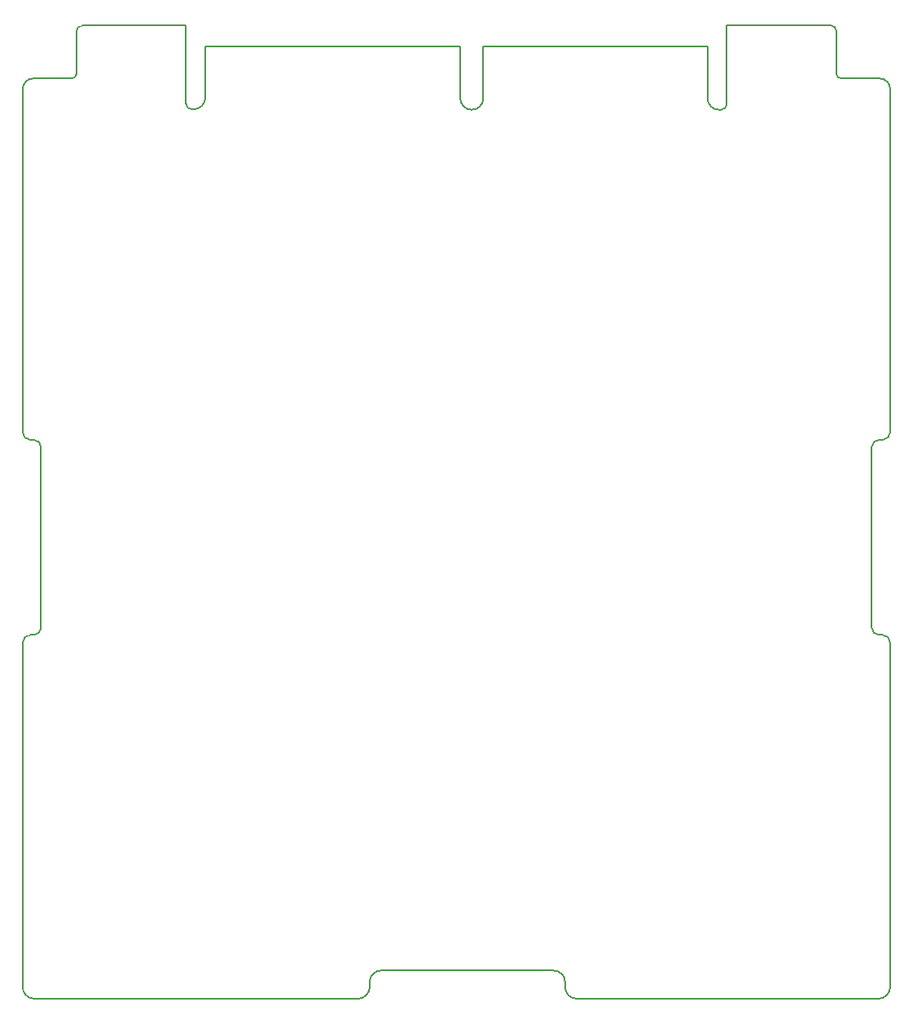
<source format=gbr>
G04 #@! TF.GenerationSoftware,KiCad,Pcbnew,7.0.1*
G04 #@! TF.CreationDate,2023-06-22T14:27:13-04:00*
G04 #@! TF.ProjectId,payload-interface-board,7061796c-6f61-4642-9d69-6e7465726661,B*
G04 #@! TF.SameCoordinates,Original*
G04 #@! TF.FileFunction,OtherDrawing,Comment*
%FSLAX46Y46*%
G04 Gerber Fmt 4.6, Leading zero omitted, Abs format (unit mm)*
G04 Created by KiCad (PCBNEW 7.0.1) date 2023-06-22 14:27:13*
%MOMM*%
%LPD*%
G01*
G04 APERTURE LIST*
G04 #@! TA.AperFunction,Profile*
%ADD10C,0.200000*%
G04 #@! TD*
G04 APERTURE END LIST*
D10*
X40150002Y-106498198D02*
G75*
G03*
X40912002Y-107260198I761998J-2D01*
G01*
X113333777Y-66287181D02*
X113333777Y-64205481D01*
X42055002Y-126792798D02*
X42055002Y-108022198D01*
X75024202Y-165350002D02*
G75*
G03*
X76218002Y-164156198I-2J1193802D01*
G01*
X51653814Y-64224163D02*
X56353749Y-64224163D01*
X40912002Y-107260198D02*
X41293002Y-107260198D01*
X129177002Y-107260198D02*
X129558002Y-107260198D01*
X129126202Y-165350002D02*
G75*
G03*
X130320002Y-164156198I-2J1193802D01*
G01*
X41250447Y-69707497D02*
X45250447Y-69707497D01*
X57133767Y-72337133D02*
G75*
G03*
X57708839Y-72912133I574933J-67D01*
G01*
X96538002Y-163622798D02*
G75*
G03*
X95344202Y-162428998I-1193802J-2D01*
G01*
X88033820Y-66387153D02*
X111333822Y-66387153D01*
X113333777Y-64205481D02*
X124165094Y-64205481D01*
X45250447Y-69707503D02*
G75*
G03*
X45733603Y-69224341I-47J483203D01*
G01*
X129558002Y-107260202D02*
G75*
G03*
X130320002Y-106498198I-2J762002D01*
G01*
X112533820Y-72962161D02*
X112758813Y-72962161D01*
X111333839Y-71762171D02*
G75*
G03*
X112533819Y-72962161I1199961J-29D01*
G01*
X129177002Y-107260202D02*
G75*
G03*
X128415002Y-108022198I-2J-761998D01*
G01*
X125217127Y-69707497D02*
X129217124Y-69707497D01*
X76218002Y-164156198D02*
X76218002Y-163622798D01*
X40150002Y-106498198D02*
X40150002Y-70807942D01*
X45733603Y-69224341D02*
X45733786Y-64799170D01*
X57933832Y-72912120D02*
G75*
G03*
X59133820Y-71712142I-32J1200020D01*
G01*
X130320000Y-70810375D02*
G75*
G03*
X129217124Y-69707500I-1102900J-25D01*
G01*
X40912002Y-127554802D02*
G75*
G03*
X40150002Y-128316798I-2J-761998D01*
G01*
X40912002Y-127554798D02*
X41293002Y-127554798D01*
X130320002Y-164156198D02*
X130320002Y-128316798D01*
X124733785Y-69224155D02*
X124733785Y-64774172D01*
X128415002Y-126792798D02*
X128415002Y-108022198D01*
X124733803Y-69224155D02*
G75*
G03*
X125217127Y-69707497I483297J-45D01*
G01*
X57133803Y-66237151D02*
X57133803Y-64224170D01*
X40149993Y-164079998D02*
X40150002Y-128316798D01*
X85633830Y-71762154D02*
X85633830Y-66387163D01*
X96538002Y-164156198D02*
G75*
G03*
X97731802Y-165349998I1193798J-2D01*
G01*
X97731802Y-165349998D02*
X129126202Y-165349998D01*
X129177002Y-127554798D02*
X129558002Y-127554798D01*
X59133820Y-66387150D02*
X85633820Y-66387153D01*
X112758813Y-72962113D02*
G75*
G03*
X113333813Y-72387164I87J574913D01*
G01*
X77411802Y-162428998D02*
X95344202Y-162428998D01*
X41293002Y-127554802D02*
G75*
G03*
X42055002Y-126792798I-2J762002D01*
G01*
X128415002Y-126792798D02*
G75*
G03*
X129177002Y-127554798I761998J-2D01*
G01*
X88033810Y-71762154D02*
X88033810Y-66387163D01*
X113333813Y-72387161D02*
X113333813Y-66287163D01*
X57133839Y-72337131D02*
X57133839Y-66237133D01*
X57708839Y-72912131D02*
X57933832Y-72912131D01*
X46308798Y-64224158D02*
X51653807Y-64224158D01*
X41250447Y-69707502D02*
G75*
G03*
X40150002Y-70807942I-47J-1100398D01*
G01*
X77411802Y-162429002D02*
G75*
G03*
X76218002Y-163622798I-2J-1193798D01*
G01*
X46308798Y-64224186D02*
G75*
G03*
X45733786Y-64799170I2J-575014D01*
G01*
X42055002Y-108022198D02*
G75*
G03*
X41293002Y-107260198I-762002J-2D01*
G01*
X41267602Y-165349995D02*
X75024202Y-165349998D01*
X40150003Y-164079998D02*
G75*
G03*
X41267602Y-165349998I1193797J-76202D01*
G01*
X85633790Y-71762154D02*
G75*
G03*
X88033810Y-71762170I1200010J-46D01*
G01*
X56353754Y-64224170D02*
X57133803Y-64224170D01*
X130320002Y-128316798D02*
G75*
G03*
X129558002Y-127554798I-762002J-2D01*
G01*
X59133820Y-71712123D02*
X59133820Y-66387153D01*
X111333832Y-71762154D02*
X111333832Y-66387163D01*
X96538002Y-164156198D02*
X96538002Y-163622798D01*
X124733719Y-64774172D02*
G75*
G03*
X124165094Y-64205481I-568619J72D01*
G01*
X130320002Y-106498198D02*
X130320002Y-70810375D01*
M02*

</source>
